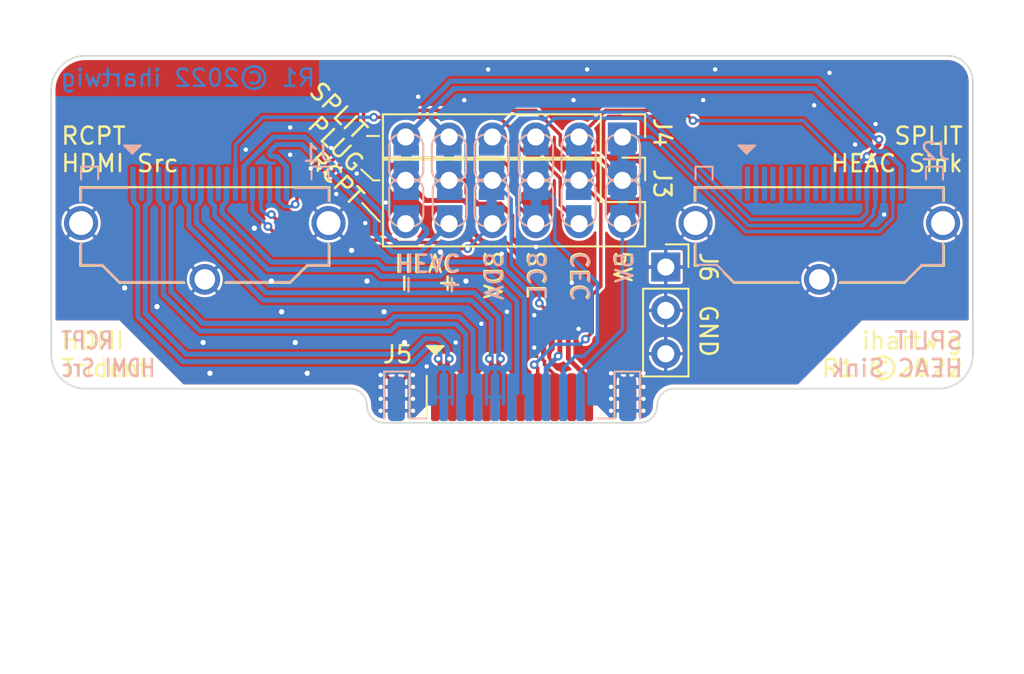
<source format=kicad_pcb>
(kicad_pcb (version 20211014) (generator pcbnew)
  (layers (0 "F.Cu" signal) (31 "B.Cu" signal) (34 "B.Paste" user) (35 "F.Paste" user) (36 "B.SilkS" user "B.Silkscreen") (37 "F.SilkS" user "F.Silkscreen") (38 "B.Mask" user) (39 "F.Mask" user) (44 "Edge.Cuts" user))
  (net 0 "")
  (net 1 "GND")
  (net 2 "/TDMS_D2_P")
  (net 3 "/TDMS_D2_N")
  (net 4 "/TDMS_D1_P")
  (net 5 "/TDMS_D1_N")
  (net 6 "/TDMS_D0_P")
  (net 7 "/TDMS_D0_N")
  (net 8 "/TDMS_CK_P")
  (net 9 "/TDMS_CK_N")
  (net 10 "/SRC_HEAC_P")
  (net 11 "+5V")
  (net 12 "/SRC_HEAC_N")
  (net 13 "/SPLIT_CEC")
  (net 14 "/SPLIT_DDC_SCL")
  (net 15 "/SPLIT_HEAC_N")
  (net 16 "/SPLIT_HEAC_P")
  (net 17 "/SPLIT_DDC_SDA")
  (net 18 "/SPLIT_5V")
  (net 19 "/SINK_HEAC_P")
  (net 20 "/SINK_HEAC_N")
  (net 29 "/SRC_DDC_SDA")
  (net 30 "/SRC_DDC_SCL")
  (net 31 "/SRC_CEC")
  (net 32 "/SINK_DDC_SDA")
  (net 33 "/SINK_DDC_SCL")
  (net 34 "/SINK_CEC")
  (footprint "Connector_PinHeader_2.54mm:PinHeader_1x06_P2.54mm_Vertical" (layer "F.Cu") (at 156.467 89.758 -90)
    (fp_text reference "J4")
    (fp_text value "Conn_01x06")
  )
  (footprint "hdmi-trident-special:HDMI_A_Plug_Horizontal_EdgeMount" (layer "F.Cu") (at 150 105)
    (fp_text reference "J5")
    (fp_text value "HDMI_A_1.4")
  )
  (footprint "Connector_PinHeader_2.54mm:PinHeader_2x06_P2.54mm_Vertical" (layer "F.Cu") (at 156.467 92.298 -90)
    (fp_text reference "J3")
    (fp_text value "Conn_02x06_Odd_Even")
  )
  (footprint "Connector_PinSocket_2.54mm:PinSocket_1x03_P2.54mm_Vertical" (layer "F.Cu") (at 159.007 97.378)
    (fp_text reference "J6")
    (fp_text value "Conn_01x03")
  )
  (footprint "hdmi-trident-special:HDMI_A_Rcpt_Vert_3Post" (layer "B.Cu") (at 132 92.5 180)
    (fp_text reference "J1")
    (fp_text value "HDMI_A_1.4")
  )
  (footprint "hdmi-trident-special:HDMI_A_Rcpt_Vert_3Post" (layer "B.Cu") (at 168 92.5 180)
    (fp_text reference "J2")
    (fp_text value "HDMI_A_1.4")
  )
  (footprint "Jumper:SolderJumper-2_P1.3mm_Bridged_RoundedPad1.0x1.5mm" (layer "B.Cu") (at 151.4 93.6 -90)
    (fp_text reference "JP3" hide)
    (fp_text value "SolderJumper_2_Bridged")
  )
  (footprint "Jumper:SolderJumper-2_P1.3mm_Bridged_RoundedPad1.0x1.5mm" (layer "B.Cu") (at 156.5 91 90)
    (fp_text reference "JP7" hide)
    (fp_text value "SolderJumper_2_Bridged")
  )
  (footprint "Jumper:SolderJumper-2_P1.3mm_Bridged_RoundedPad1.0x1.5mm" (layer "B.Cu") (at 143.8 91 90)
    (fp_text reference "JP12" hide)
    (fp_text value "SolderJumper_2_Bridged")
  )
  (footprint "Jumper:SolderJumper-2_P1.3mm_Bridged_RoundedPad1.0x1.5mm" (layer "B.Cu") (at 153.9 91 90)
    (fp_text reference "JP8" hide)
    (fp_text value "SolderJumper_2_Bridged")
  )
  (footprint "Jumper:SolderJumper-2_P1.3mm_Open_RoundedPad1.0x1.5mm" (layer "B.Cu") (at 148.8 91 90)
    (fp_text reference "JP9" hide)
    (fp_text value "SolderJumper_2_Open")
  )
  (footprint "Jumper:SolderJumper-2_P1.3mm_Open_RoundedPad1.0x1.5mm" (layer "B.Cu") (at 143.8 93.6 -90)
    (fp_text reference "JP6" hide)
    (fp_text value "SolderJumper_2_Open")
  )
  (footprint "Jumper:SolderJumper-2_P1.3mm_Bridged_RoundedPad1.0x1.5mm" (layer "B.Cu") (at 148.8 93.6 -90)
    (fp_text reference "JP4" hide)
    (fp_text value "SolderJumper_2_Bridged")
  )
  (footprint "Jumper:SolderJumper-2_P1.3mm_Bridged_RoundedPad1.0x1.5mm" (layer "B.Cu") (at 146.3 91 90)
    (fp_text reference "JP11" hide)
    (fp_text value "SolderJumper_2_Bridged")
  )
  (footprint "Jumper:SolderJumper-2_P1.3mm_Open_RoundedPad1.0x1.5mm" (layer "B.Cu") (at 151.4 91 90)
    (fp_text reference "JP10" hide)
    (fp_text value "SolderJumper_2_Open")
  )
  (footprint "Jumper:SolderJumper-2_P1.3mm_Open_RoundedPad1.0x1.5mm" (layer "B.Cu") (at 153.9 93.6 -90)
    (fp_text reference "JP2" hide)
    (fp_text value "SolderJumper_2_Open")
  )
  (footprint "Jumper:SolderJumper-2_P1.3mm_Bridged_RoundedPad1.0x1.5mm" (layer "B.Cu") (at 156.5 93.6 90)
    (fp_text reference "JP1" hide)
    (fp_text value "SolderJumper_2_Bridged")
  )
  (footprint "Jumper:SolderJumper-2_P1.3mm_Open_RoundedPad1.0x1.5mm" (layer "B.Cu") (at 146.35 93.6 -90)
    (fp_text reference "JP5" hide)
    (fp_text value "SolderJumper_2_Open")
  )
  (gr_line (start 137 98.3) (end 138 97.3) (layer "F.SilkS") (width 0.12))
  (gr_line (start 141.1635 91.663) (end 141.862 92.298) (layer "F.SilkS") (width 0.12))
  (gr_line (start 133.2 98.3) (end 137 98.3) (layer "F.SilkS") (width 0.12))
  (gr_line (start 160.7 92.7) (end 175.3 92.7) (layer "F.SilkS") (width 0.12))
  (gr_line (start 160.7 96.1) (end 160.7 97.3) (layer "F.SilkS") (width 0.12))
  (gr_line (start 138 97.3) (end 139.3 97.3) (layer "F.SilkS") (width 0.12))
  (gr_line (start 124.7 92.7) (end 124.7 93.5) (layer "F.SilkS") (width 0.12))
  (gr_line (start 124.7 96.1) (end 124.7 97.3) (layer "F.SilkS") (width 0.12))
  (gr_line (start 139.3 92.7) (end 139.3 93.5) (layer "F.SilkS") (width 0.12))
  (gr_line (start 163 98.3) (end 162.4 97.7) (layer "F.SilkS") (width 0.12))
  (gr_line (start 139.3 97.3) (end 139.3 96.1) (layer "F.SilkS") (width 0.12))
  (gr_line (start 141.227 93.6315) (end 142.116 94.584) (layer "F.SilkS") (width 0.12))
  (gr_line (start 175.3 96.1) (end 175.3 97.3) (layer "F.SilkS") (width 0.12))
  (gr_line (start 139.3 92.7) (end 124.7 92.7) (layer "F.SilkS") (width 0.12))
  (gr_line (start 160.7 97.3) (end 160.9 97.3) (layer "F.SilkS") (width 0.12))
  (gr_line (start 127 98.3) (end 130.8 98.3) (layer "F.SilkS") (width 0.12))
  (gr_line (start 160.7 93.5) (end 160.7 92.7) (layer "F.SilkS") (width 0.12))
  (gr_line (start 166.8 98.3) (end 163 98.3) (layer "F.SilkS") (width 0.12))
  (gr_line (start 174 97.3) (end 173 98.3) (layer "F.SilkS") (width 0.12))
  (gr_line (start 175.3 97.3) (end 174 97.3) (layer "F.SilkS") (width 0.12))
  (gr_line (start 141.862 92.298) (end 142.243 92.298) (layer "F.SilkS") (width 0.12))
  (gr_line (start 126 97.3) (end 127 98.3) (layer "F.SilkS") (width 0.12))
  (gr_line (start 124.7 97.3) (end 126 97.3) (layer "F.SilkS") (width 0.12))
  (gr_line (start 175.3 92.7) (end 175.3 93.5) (layer "F.SilkS") (width 0.12))
  (gr_line (start 141.5 89.7) (end 142.2 89.7) (layer "F.SilkS") (width 0.12))
  (gr_line (start 142.116 94.584) (end 142.243 94.711) (layer "F.SilkS") (width 0.12))
  (gr_line (start 173 98.3) (end 169.2 98.3) (layer "F.SilkS") (width 0.12))
  (gr_arc (start 123 87) (mid 123.585786 85.585786) (end 125 85) (layer "Edge.Cuts") (width 0.1))
  (gr_arc (start 142.5 106.5) (mid 141.792893 106.207107) (end 141.5 105.5) (layer "Edge.Cuts") (width 0.1))
  (gr_line (start 125 85) (end 175.5 85) (layer "Edge.Cuts") (width 0.1))
  (gr_arc (start 158.5 105.5) (mid 158.207107 106.207107) (end 157.5 106.5) (layer "Edge.Cuts") (width 0.1))
  (gr_arc (start 175.5 85) (mid 176.56066 85.43934) (end 177 86.5) (layer "Edge.Cuts") (width 0.1))
  (gr_arc (start 177 102.5) (mid 176.414214 103.914214) (end 175 104.5) (layer "Edge.Cuts") (width 0.1))
  (gr_line (start 157.5 106.5) (end 142.5 106.5) (layer "Edge.Cuts") (width 0.1))
  (gr_line (start 140.5 104.5) (end 125 104.5) (layer "Edge.Cuts") (width 0.1))
  (gr_line (start 177 86.5) (end 177 102.5) (layer "Edge.Cuts") (width 0.1))
  (gr_arc (start 125 104.5) (mid 123.585786 103.914214) (end 123 102.5) (layer "Edge.Cuts") (width 0.1))
  (gr_arc (start 140.5 104.5) (mid 141.207107 104.792893) (end 141.5 105.5) (layer "Edge.Cuts") (width 0.1))
  (gr_arc (start 158.5 105.5) (mid 158.792893 104.792893) (end 159.5 104.5) (layer "Edge.Cuts") (width 0.1))
  (gr_line (start 123 102.5) (end 123 87) (layer "Edge.Cuts") (width 0.1))
  (gr_line (start 159.5 104.5) (end 175 104.5) (layer "Edge.Cuts") (width 0.1))
  (gr_text "R1 ©2022 ihartwig" (at 131 86.3) (layer "B.Cu") (effects (font (size 1 1)) (justify mirror)))
  (gr_text "SPLIT\nHEAC Sink" (at 176.5 102.5) (layer "B.SilkS") (effects (font (size 1 1)) (justify left mirror)))
  (gr_text "SCL" (at 151.52 96.4 90) (layer "B.SilkS") (effects (font (size 1 1)) (justify left mirror)))
  (gr_text "SDA" (at 148.98 96.4 90) (layer "B.SilkS") (effects (font (size 1 1)) (justify left mirror)))
  (gr_text "RCPT\nHDMI Src" (at 123.5 102.5) (layer "B.SilkS") (effects (font (size 1 0.8)) (justify right mirror)))
  (gr_text "HEAC" (at 143.11 97.105 180) (layer "B.SilkS") (effects (font (size 1 1)) (justify left mirror)))
  (gr_text "+" (at 146.4 97.7 90) (layer "B.SilkS") (effects (font (size 1 1)) (justify left mirror)))
  (gr_text "5V" (at 156.6 96.4 90) (layer "B.SilkS") (effects (font (size 1 1)) (justify left mirror)))
  (gr_text "CEC" (at 154.06 96.4 90) (layer "B.SilkS") (effects (font (size 1 1)) (justify left mirror)))
  (gr_text "-" (at 143.86 97.7 90) (layer "B.SilkS") (effects (font (size 1 1)) (justify left mirror)))
  (gr_text "SDA" (at 148.84 96.33 270) (layer "F.SilkS") (effects (font (size 1 1)) (justify left)))
  (gr_text "+" (at 146.3 97.6 270) (layer "F.SilkS") (effects (font (size 1 1)) (justify left)))
  (gr_text "CEC" (at 153.92 96.33 270) (layer "F.SilkS") (effects (font (size 1 1)) (justify left)))
  (gr_text "5V" (at 156.46 96.33 270) (layer "F.SilkS") (effects (font (size 1 1)) (justify left)))
  (gr_text "-" (at 143.76 97.6 270) (layer "F.SilkS") (effects (font (size 1 1)) (justify left)))
  (gr_text "HEAC" (at 143.01 97.205) (layer "F.SilkS") (effects (font (size 1 1)) (justify left)))
  (gr_text "PLUG" (at 141.1 91.5995 315) (layer "F.SilkS") (effects (font (size 1 1)) (justify right)))
  (gr_text "RCPT" (at 141.1 93.568 315) (layer "F.SilkS") (effects (font (size 1 1)) (justify right)))
  (gr_text "SPLIT" (at 141.3 89.7 315) (layer "F.SilkS") (effects (font (size 1 1)) (justify right)))
  (gr_text "ihartwig\nR1 ©2022" (at 176.5 102.5) (layer "F.SilkS") (effects (font (size 1 1)) (justify right)))
  (gr_text "GND" (at 161.5 99.5 270) (layer "F.SilkS") (effects (font (size 1 1)) (justify left)))
  (gr_text "SCL" (at 151.38 96.33 270) (layer "F.SilkS") (effects (font (size 1 1)) (justify left)))
  (gr_text "HDMI\nTrident" (at 123.5 102.5) (layer "F.SilkS") (effects (font (size 1 1)) (justify left)))
  (gr_text "SPLIT\nHEAC Sink" (at 176.5 90.5) (layer "F.SilkS") (effects (font (size 1 1)) (justify right)))
  (gr_text "RCPT\nHDMI Src" (at 123.5 90.5) (layer "F.SilkS") (effects (font (size 1 1)) (justify left)))
  (segment (start 143.225 105.475) (end 142.9 105.8) (width 0.2032) (layer "F.Cu") (net 1))
  (segment (start 155.8 105.8) (end 157.7 105.8) (width 0.2032) (layer "F.Cu") (net 1))
  (segment (start 157.4 103.6) (end 157.7 103.6) (width 0.2032) (layer "F.Cu") (net 1))
  (segment (start 156.775 105.1) (end 155.8 105.1) (width 0.2032) (layer "F.Cu") (net 1))
  (segment (start 156.775 105.1) (end 156.775 104.275) (width 0.2032) (layer "F.Cu") (net 1))
  (segment (start 142.6 103.7) (end 142.3 103.7) (width 0.2032) (layer "F.Cu") (net 1))
  (segment (start 142.3 105.1) (end 142.3 104.4) (width 0.2032) (layer "F.Cu") (net 1))
  (segment (start 143.225 105.1) (end 143.225 105.475) (width 0.2032) (layer "F.Cu") (net 1))
  (segment (start 143.225 105.1) (end 143.225 104.725) (width 0.2032) (layer "F.Cu") (net 1))
  (segment (start 143.225 105.525) (end 143.5 105.8) (width 0.2032) (layer "F.Cu") (net 1))
  (segment (start 143.5 104.4) (end 144.2 104.4) (width 0.2032) (layer "F.Cu") (net 1))
  (segment (start 143.225 104.325) (end 142.6 103.7) (width 0.2032) (layer "F.Cu") (net 1))
  (segment (start 143.225 104.675) (end 143.5 104.4) (width 0.2032) (layer "F.Cu") (net 1))
  (segment (start 142.9 105.8) (end 142.3 105.8) (width 0.2032) (layer "F.Cu") (net 1))
  (segment (start 156.1 103.6) (end 155.8 103.6) (width 0.2032) (layer "F.Cu") (net 1))
  (segment (start 156.775 104.275) (end 156.1 103.6) (width 0.2032) (layer "F.Cu") (net 1))
  (segment (start 143.225 105.1) (end 143.225 105.525) (width 0.2032) (layer "F.Cu") (net 1))
  (segment (start 143.225 104.725) (end 142.9 104.4) (width 0.2032) (layer "F.Cu") (net 1))
  (segment (start 143.225 105.1) (end 143.225 104.675) (width 0.2032) (layer "F.Cu") (net 1))
  (segment (start 156.775 104.225) (end 157.4 103.6) (width 0.2032) (layer "F.Cu") (net 1))
  (segment (start 156.775 105.1) (end 156.775 104.225) (width 0.2032) (layer "F.Cu") (net 1))
  (segment (start 143.9 103.7) (end 144.2 103.7) (width 0.2032) (layer "F.Cu") (net 1))
  (segment (start 143.225 105.1) (end 143.225 104.375) (width 0.2032) (layer "F.Cu") (net 1))
  (segment (start 142.9 104.4) (end 142.3 104.4) (width 0.2032) (layer "F.Cu") (net 1))
  (segment (start 143.5 105.8) (end 144.2 105.8) (width 0.2032) (layer "F.Cu") (net 1))
  (segment (start 143.225 104.375) (end 143.9 103.7) (width 0.2032) (layer "F.Cu") (net 1))
  (segment (start 143.225 105.1) (end 143.225 104.325) (width 0.2032) (layer "F.Cu") (net 1))
  (segment (start 142.3 104.4) (end 142.3 103.7) (width 0.2032) (layer "F.Cu") (net 1))
  (segment (start 144.2 104.4) (end 144.2 105.1) (width 0.2032) (layer "F.Cu") (net 1))
  (segment (start 155.8 104.4) (end 157.7 104.4) (width 0.2032) (layer "F.Cu") (net 1))
  (via (at 131.9 101.8) (size 0.6096) (drill 0.3048) (layers "F.Cu" "B.Cu") (net 1))
  (via (at 157.7 103.6) (size 0.508) (drill 0.254) (layers "F.Cu" "B.Cu") (net 1))
  (via (at 151.3 102.1) (size 0.508) (drill 0.254) (layers "F.Cu" "B.Cu") (net 1))
  (via (at 132.3 103.6) (size 0.6096) (drill 0.3048) (layers "F.Cu" "B.Cu") (net 1))
  (via (at 155.8 104.4) (size 0.508) (drill 0.254) (layers "F.Cu" "B.Cu") (net 1))
  (via (at 144.2 103.7) (size 0.508) (drill 0.254) (layers "F.Cu" "B.Cu") (net 1))
  (via (at 147.3 98.2) (size 0.6096) (drill 0.3048) (layers "F.Cu" "B.Cu") (net 1))
  (via (at 155.8 105.8) (size 0.508) (drill 0.254) (layers "F.Cu" "B.Cu") (net 1))
  (via (at 136.5 100) (size 0.6096) (drill 0.3048) (layers "F.Cu" "B.Cu") (net 1))
  (via (at 146.7 101.8) (size 0.508) (drill 0.254) (layers "F.Cu" "B.Cu") (net 1))
  (via (at 161.2 87.6) (size 0.508) (drill 0.254) (layers "F.Cu" "B.Cu") (net 1))
  (via (at 142.3 105.1) (size 0.508) (drill 0.254) (layers "F.Cu" "B.Cu") (net 1))
  (via (at 142.5 100) (size 0.6096) (drill 0.3048) (layers "F.Cu" "B.Cu") (net 1))
  (via (at 142.6 93.6) (size 0.508) (drill 0.254) (layers "F.Cu" "B.Cu") (net 1))
  (via (at 148.6 85.8) (size 0.508) (drill 0.254) (layers "F.Cu" "B.Cu") (net 1))
  (via (at 144.2 105.8) (size 0.508) (drill 0.254) (layers "F.Cu" "B.Cu") (net 1))
  (via (at 151.4 96.2) (size 0.508) (drill 0.254) (layers "F.Cu" "B.Cu") (net 1))
  (via (at 142.3 103.7) (size 0.508) (drill 0.254) (layers "F.Cu" "B.Cu") (net 1))
  (via (at 153.5 98.3) (size 0.508) (drill 0.254) (layers "F.Cu" "B.Cu") (net 1))
  (via (at 153.9 101) (size 0.508) (drill 0.254) (layers "F.Cu" "B.Cu") (net 1))
  (via (at 155.8 103.6) (size 0.508) (drill 0.254) (layers "F.Cu" "B.Cu") (net 1))
  (via (at 148.2 100.7) (size 0.508) (drill 0.254) (layers "F.Cu" "B.Cu") (net 1))
  (via (at 142.3 105.8) (size 0.508) (drill 0.254) (layers "F.Cu" "B.Cu") (net 1))
  (via (at 140.9 91.9) (size 0.508) (drill 0.254) (layers "F.Cu" "B.Cu") (net 1))
  (via (at 167.7 87.9) (size 0.508) (drill 0.254) (layers "F.Cu" "B.Cu") (net 1))
  (via (at 140.6 96.4) (size 0.6096) (drill 0.3048) (layers "F.Cu" "B.Cu") (net 1))
  (via (at 135.9 98.2) (size 0.6096) (drill 0.3048) (layers "F.Cu" "B.Cu") (net 1))
  (via (at 154.4 85.8) (size 0.508) (drill 0.254) (layers "F.Cu" "B.Cu") (net 1))
  (via (at 144.2 105.1) (size 0.508) (drill 0.254) (layers "F.Cu" "B.Cu") (net 1))
  (via (at 145.8 96.5) (size 0.6096) (drill 0.3048) (layers "F.Cu" "B.Cu") (net 1))
  (via (at 142.3 104.4) (size 0.508) (drill 0.254) (layers "F.Cu" "B.Cu") (net 1))
  (via (at 141.4 94.8) (size 0.508) (drill 0.254) (layers "F.Cu" "B.Cu") (net 1))
  (via (at 170.1 90.2) (size 0.508) (drill 0.254) (layers "F.Cu" "B.Cu") (net 1))
  (via (at 137 90.8) (size 0.508) (drill 0.254) (layers "F.Cu" "B.Cu") (net 1))
  (via (at 147.2 87.6) (size 0.508) (drill 0.254) (layers "F.Cu" "B.Cu") (net 1))
  (via (at 171.8 94.3) (size 0.508) (drill 0.254) (layers "F.Cu" "B.Cu") (net 1))
  (via (at 151.3 100.2) (size 0.508) (drill 0.254) (layers "F.Cu" "B.Cu") (net 1))
  (via (at 129.2 99.7) (size 0.6096) (drill 0.3048) (layers "F.Cu" "B.Cu") (net 1))
  (via (at 161.9 85.8) (size 0.508) (drill 0.254) (layers "F.Cu" "B.Cu") (net 1))
  (via (at 137.3 101.8) (size 0.6096) (drill 0.3048) (layers "F.Cu" "B.Cu") (net 1))
  (via (at 138.2 91.6) (size 0.508) (drill 0.254) (layers "F.Cu" "B.Cu") (net 1))
  (via (at 157.7 105.1) (size 0.508) (drill 0.254) (layers "F.Cu" "B.Cu") (net 1))
  (via (at 127.3 98.6) (size 0.6096) (drill 0.3048) (layers "F.Cu" "B.Cu") (net 1))
  (via (at 137 89.2) (size 0.508) (drill 0.254) (layers "F.Cu" "B.Cu") (net 1))
  (via (at 168.6 86) (size 0.508) (drill 0.254) (layers "F.Cu" "B.Cu") (net 1))
  (via (at 171.3 89) (size 0.508) (drill 0.254) (layers "F.Cu" "B.Cu") (net 1))
  (via (at 143.7 101.8) (size 0.6096) (drill 0.3048) (layers "F.Cu" "B.Cu") (net 1))
  (via (at 138 103.6) (size 0.6096) (drill 0.3048) (layers "F.Cu" "B.Cu") (net 1))
  (via (at 149.7 100) (size 0.508) (drill 0.254) (layers "F.Cu" "B.Cu") (net 1))
  (via (at 149.4 96.6) (size 0.508) (drill 0.254) (layers "F.Cu" "B.Cu") (net 1))
  (via (at 144.5 87.4) (size 0.508) (drill 0.254) (layers "F.Cu" "B.Cu") (net 1))
  (via (at 157.7 105.8) (size 0.508) (drill 0.254) (layers "F.Cu" "B.Cu") (net 1))
  (via (at 144.2 104.4) (size 0.508) (drill 0.254) (layers "F.Cu" "B.Cu") (net 1))
  (via (at 145 103.2) (size 0.508) (drill 0.254) (layers "F.Cu" "B.Cu") (net 1))
  (via (at 153.6 87.6) (size 0.508) (drill 0.254) (layers "F.Cu" "B.Cu") (net 1))
  (via (at 141.5 98.2) (size 0.6096) (drill 0.3048) (layers "F.Cu" "B.Cu") (net 1))
  (via (at 139.4 90.4) (size 0.508) (drill 0.254) (layers "F.Cu" "B.Cu") (net 1))
  (via (at 134.9 95.1) (size 0.6096) (drill 0.3048) (layers "F.Cu" "B.Cu") (net 1))
  (via (at 157.7 104.4) (size 0.508) (drill 0.254) (layers "F.Cu" "B.Cu") (net 1))
  (via (at 155.8 105.1) (size 0.508) (drill 0.254) (layers "F.Cu" "B.Cu") (net 1))
  (via (at 134.4 90.5) (size 0.508) (drill 0.254) (layers "F.Cu" "B.Cu") (net 1))
  (via (at 139.7 93.1) (size 0.508) (drill 0.254) (layers "F.Cu" "B.Cu") (net 1))
  (segment (start 171.79 92.5) (end 171.79 94.29) (width 0.2032) (layer "B.Cu") (net 1))
  (segment (start 156.775 105.1) (end 156.775 104.225) (width 0.2032) (layer "B.Cu") (net 1))
  (segment (start 157.7 104.4) (end 157.7 103.6) (width 0.2032) (layer "B.Cu") (net 1))
  (segment (start 156.5 104.4) (end 155.8 104.4) (width 0.2032) (layer "B.Cu") (net 1))
  (segment (start 142.3 104.4) (end 144.2 104.4) (width 0.2032) (layer "B.Cu") (net 1))
  (segment (start 156.775 105.475) (end 157.1 105.8) (width 0.2032) (layer "B.Cu") (net 1))
  (segment (start 143.225 105.1) (end 144.2 105.1) (width 0.2032) (layer "B.Cu") (net 1))
  (segment (start 142.3 105.1) (end 142.3 105.8) (width 0.2032) (layer "B.Cu") (net 1))
  (segment (start 156.775 104.675) (end 156.5 104.4) (width 0.2032) (layer "B.Cu") (net 1))
  (segment (start 157.7 104.4) (end 157.7 105.1) (width 0.2032) (layer "B.Cu") (net 1))
  (segment (start 156.775 104.725) (end 157.1 104.4) (width 0.2032) (layer "B.Cu") (net 1))
  (segment (start 155.8 105.1) (end 155.8 104.4) (width 0.2032) (layer "B.Cu") (net 1))
  (segment (start 156.1 103.6) (end 155.8 103.6) (width 0.2032) (layer "B.Cu") (net 1))
  (segment (start 157.4 103.6) (end 157.7 103.6) (width 0.2032) (layer "B.Cu") (net 1))
  (segment (start 155.8 105.1) (end 155.8 105.8) (width 0.2032) (layer "B.Cu") (net 1))
  (segment (start 156.775 104.275) (end 156.1 103.6) (width 0.2032) (layer "B.Cu") (net 1))
  (segment (start 142.3 105.8) (end 144.2 105.8) (width 0.2032) (layer "B.Cu") (net 1))
  (segment (start 157.1 104.4) (end 157.7 104.4) (width 0.2032) (layer "B.Cu") (net 1))
  (segment (start 156.4 105.8) (end 155.8 105.8) (width 0.2032) (layer "B.Cu") (net 1))
  (segment (start 156.775 105.1) (end 156.775 105.475) (width 0.2032) (layer "B.Cu") (net 1))
  (segment (start 156.775 105.1) (end 156.775 104.275) (width 0.2032) (layer "B.Cu") (net 1))
  (segment (start 156.775 104.225) (end 157.4 103.6) (width 0.2032) (layer "B.Cu") (net 1))
  (segment (start 157.1 105.8) (end 157.7 105.8) (width 0.2032) (layer "B.Cu") (net 1))
  (segment (start 143.225 105.1) (end 142.3 105.1) (width 0.2032) (layer "B.Cu") (net 1))
  (segment (start 156.775 105.1) (end 156.775 104.675) (width 0.2032) (layer "B.Cu") (net 1))
  (segment (start 156.775 105.1) (end 157.7 105.1) (width 0.2032) (layer "B.Cu") (net 1))
  (segment (start 171.79 94.29) (end 171.8 94.3) (width 0.2032) (layer "B.Cu") (net 1))
  (segment (start 156.775 105.425) (end 156.4 105.8) (width 0.2032) (layer "B.Cu") (net 1))
  (segment (start 144.2 104.4) (end 144.2 103.7) (width 0.2032) (layer "B.Cu") (net 1))
  (segment (start 156.775 105.1) (end 156.775 105.425) (width 0.2032) (layer "B.Cu") (net 1))
  (segment (start 156.775 105.1) (end 156.775 104.725) (width 0.2032) (layer "B.Cu") (net 1))
  (segment (start 155.8 104.4) (end 155.8 103.6) (width 0.2032) (layer "B.Cu") (net 1))
  (segment (start 145.5 105) (end 145.7808 104.7192) (width 0.286) (layer "F.Cu") (net 2))
  (segment (start 145.7808 104.7192) (end 145.7808 102.861) (width 0.286) (layer "F.Cu") (net 2))
  (segment (start 145.7808 102.861) (end 145.6698 102.75) (width 0.286) (layer "F.Cu") (net 2))
  (via (at 145.6698 102.75) (size 0.508) (drill 0.254) (layers "F.Cu" "B.Cu") (net 2))
  (segment (start 145.7808 102.290796) (end 145.7808 102.639) (width 0.286) (layer "B.Cu") (net 2))
  (segment (start 145.7808 102.639) (end 145.6698 102.75) (width 0.286) (layer "B.Cu") (net 2))
  (segment (start 127.79 92.5) (end 127.84508 92.55508) (width 0.286) (layer "B.Cu") (net 2))
  (segment (start 130.709204 102.9192) (end 144.190796 102.9192) (width 0.286) (layer "B.Cu") (net 2))
  (segment (start 127.84508 92.55508) (end 127.84508 93.578225) (width 0.286) (layer "B.Cu") (net 2))
  (segment (start 144.190796 102.9192) (end 145.090796 102.0192) (width 0.286) (layer "B.Cu") (net 2))
  (segment (start 128.0708 100.280796) (end 130.709204 102.9192) (width 0.286) (layer "B.Cu") (net 2))
  (segment (start 145.509204 102.0192) (end 145.7808 102.290796) (width 0.286) (layer "B.Cu") (net 2))
  (segment (start 128.0708 93.803945) (end 128.0708 100.280796) (width 0.286) (layer "B.Cu") (net 2))
  (segment (start 145.090796 102.0192) (end 145.509204 102.0192) (width 0.286) (layer "B.Cu") (net 2))
  (segment (start 127.84508 93.578225) (end 128.0708 93.803945) (width 0.286) (layer "B.Cu") (net 2))
  (segment (start 146.2192 102.861) (end 146.3302 102.75) (width 0.286) (layer "F.Cu") (net 3))
  (segment (start 146.5 105) (end 146.2192 104.7192) (width 0.286) (layer "F.Cu") (net 3))
  (segment (start 146.2192 104.7192) (end 146.2192 102.861) (width 0.286) (layer "F.Cu") (net 3))
  (via (at 146.3302 102.75) (size 0.508) (drill 0.254) (layers "F.Cu" "B.Cu") (net 3))
  (segment (start 128.73492 93.578225) (end 128.5092 93.803945) (width 0.286) (layer "B.Cu") (net 3))
  (segment (start 128.5092 93.803945) (end 128.5092 100.099204) (width 0.286) (layer "B.Cu") (net 3))
  (segment (start 145.690796 101.5808) (end 146.2192 102.109204) (width 0.286) (layer "B.Cu") (net 3))
  (segment (start 146.2192 102.109204) (end 146.2192 102.639) (width 0.286) (layer "B.Cu") (net 3))
  (segment (start 128.5092 100.099204) (end 130.890796 102.4808) (width 0.286) (layer "B.Cu") (net 3))
  (segment (start 144.909204 101.5808) (end 145.690796 101.5808) (width 0.286) (layer "B.Cu") (net 3))
  (segment (start 130.890796 102.4808) (end 144.009204 102.4808) (width 0.286) (layer "B.Cu") (net 3))
  (segment (start 146.2192 102.639) (end 146.3302 102.75) (width 0.286) (layer "B.Cu") (net 3))
  (segment (start 144.009204 102.4808) (end 144.909204 101.5808) (width 0.286) (layer "B.Cu") (net 3))
  (segment (start 128.73492 92.55508) (end 128.73492 93.578225) (width 0.286) (layer "B.Cu") (net 3))
  (segment (start 128.79 92.5) (end 128.73492 92.55508) (width 0.286) (layer "B.Cu") (net 3))
  (segment (start 131.709204 101.1192) (end 142.890796 101.1192) (width 0.286) (layer "B.Cu") (net 4))
  (segment (start 146.709204 100.7192) (end 147.2808 101.290796) (width 0.286) (layer "B.Cu") (net 4))
  (segment (start 129.5708 98.980796) (end 131.709204 101.1192) (width 0.286) (layer "B.Cu") (net 4))
  (segment (start 142.890796 101.1192) (end 143.290796 100.7192) (width 0.286) (layer "B.Cu") (net 4))
  (segment (start 129.5708 93.803945) (end 129.5708 98.980796) (width 0.286) (layer "B.Cu") (net 4))
  (segment (start 129.29 92.5) (end 129.34508 92.55508) (width 0.286) (layer "B.Cu") (net 4))
  (segment (start 129.34508 93.578225) (end 129.5708 93.803945) (width 0.286) (layer "B.Cu") (net 4))
  (segment (start 129.34508 92.55508) (end 129.34508 93.578225) (width 0.286) (layer "B.Cu") (net 4))
  (segment (start 147.2808 104.7192) (end 147 105) (width 0.286) (layer "B.Cu") (net 4))
  (segment (start 143.290796 100.7192) (end 146.709204 100.7192) (width 0.286) (layer "B.Cu") (net 4))
  (segment (start 147.2808 101.290796) (end 147.2808 104.7192) (width 0.286) (layer "B.Cu") (net 4))
  (segment (start 130.0092 93.803945) (end 130.0092 98.799204) (width 0.286) (layer "B.Cu") (net 5))
  (segment (start 130.23492 92.55508) (end 130.23492 93.578225) (width 0.286) (layer "B.Cu") (net 5))
  (segment (start 147.7192 104.7192) (end 148 105) (width 0.286) (layer "B.Cu") (net 5))
  (segment (start 143.109204 100.2808) (end 146.890796 100.2808) (width 0.286) (layer "B.Cu") (net 5))
  (segment (start 130.0092 98.799204) (end 131.890796 100.6808) (width 0.286) (layer "B.Cu") (net 5))
  (segment (start 142.709204 100.6808) (end 143.109204 100.2808) (width 0.286) (layer "B.Cu") (net 5))
  (segment (start 147.7192 101.109204) (end 147.7192 104.7192) (width 0.286) (layer "B.Cu") (net 5))
  (segment (start 131.890796 100.6808) (end 142.709204 100.6808) (width 0.286) (layer "B.Cu") (net 5))
  (segment (start 146.890796 100.2808) (end 147.7192 101.109204) (width 0.286) (layer "B.Cu") (net 5))
  (segment (start 130.23492 93.578225) (end 130.0092 93.803945) (width 0.286) (layer "B.Cu") (net 5))
  (segment (start 130.29 92.5) (end 130.23492 92.55508) (width 0.286) (layer "B.Cu") (net 5))
  (segment (start 148.7808 104.7192) (end 148.7808 102.861) (width 0.286) (layer "F.Cu") (net 6))
  (segment (start 148.7808 102.861) (end 148.6698 102.75) (width 0.286) (layer "F.Cu") (net 6))
  (segment (start 148.7808 104.7192) (end 148.5 105) (width 0.286) (layer "F.Cu") (net 6))
  (via (at 148.6698 102.75) (size 0.508) (drill 0.254) (layers "F.Cu" "B.Cu") (net 6))
  (segment (start 130.84508 93.578225) (end 130.84508 92.55508) (width 0.286) (layer "B.Cu") (net 6))
  (segment (start 130.84508 92.55508) (end 130.79 92.5) (width 0.286) (layer "B.Cu") (net 6))
  (segment (start 148.7808 100.490796) (end 147.609204 99.3192) (width 0.286) (layer "B.Cu") (net 6))
  (segment (start 135.409204 99.3192) (end 131.0708 94.980796) (width 0.286) (layer "B.Cu") (net 6))
  (segment (start 147.609204 99.3192) (end 135.409204 99.3192) (width 0.286) (layer "B.Cu") (net 6))
  (segment (start 131.0708 93.803945) (end 130.84508 93.578225) (width 0.286) (layer "B.Cu") (net 6))
  (segment (start 148.7808 102.639) (end 148.7808 100.490796) (width 0.286) (layer "B.Cu") (net 6))
  (segment (start 131.0708 94.980796) (end 131.0708 93.803945) (width 0.286) (layer "B.Cu") (net 6))
  (segment (start 148.6698 102.75) (end 148.7808 102.639) (width 0.286) (layer "B.Cu") (net 6))
  (segment (start 149.2192 102.861) (end 149.3302 102.75) (width 0.286) (layer "F.Cu") (net 7))
  (segment (start 149.2192 104.7192) (end 149.2192 102.861) (width 0.286) (layer "F.Cu") (net 7))
  (segment (start 149.2192 104.7192) (end 149.5 105) (width 0.286) (layer "F.Cu") (net 7))
  (via (at 149.3302 102.75) (size 0.508) (drill 0.254) (layers "F.Cu" "B.Cu") (net 7))
  (segment (start 131.73492 93.578225) (end 131.73492 92.55508) (width 0.286) (layer "B.Cu") (net 7))
  (segment (start 149.2192 100.309204) (end 147.790796 98.8808) (width 0.286) (layer "B.Cu") (net 7))
  (segment (start 149.2192 102.639) (end 149.2192 100.309204) (width 0.286) (layer "B.Cu") (net 7))
  (segment (start 149.3302 102.75) (end 149.2192 102.639) (width 0.286) (layer "B.Cu") (net 7))
  (segment (start 147.790796 98.8808) (end 135.590796 98.8808) (width 0.286) (layer "B.Cu") (net 7))
  (segment (start 131.73492 92.55508) (end 131.79 92.5) (width 0.286) (layer "B.Cu") (net 7))
  (segment (start 131.5092 94.799204) (end 131.5092 93.803945) (width 0.286) (layer "B.Cu") (net 7))
  (segment (start 131.5092 93.803945) (end 131.73492 93.578225) (width 0.286) (layer "B.Cu") (net 7))
  (segment (start 135.590796 98.8808) (end 131.5092 94.799204) (width 0.286) (layer "B.Cu") (net 7))
  (segment (start 135.709204 97.5192) (end 132.5708 94.380796) (width 0.286) (layer "B.Cu") (net 8))
  (segment (start 146.190796 97.5192) (end 145.790796 97.9192) (width 0.286) (layer "B.Cu") (net 8))
  (segment (start 132.34508 92.55508) (end 132.29 92.5) (width 0.286) (layer "B.Cu") (net 8))
  (segment (start 150 105) (end 150.2808 104.7192) (width 0.286) (layer "B.Cu") (net 8))
  (segment (start 148.409204 97.5192) (end 146.190796 97.5192) (width 0.286) (layer "B.Cu") (net 8))
  (segment (start 142.309204 97.9192) (end 141.909204 97.5192) (width 0.286) (layer "B.Cu") (net 8))
  (segment (start 141.909204 97.5192) (end 135.709204 97.5192) (width 0.286) (layer "B.Cu") (net 8))
  (segment (start 145.790796 97.9192) (end 142.309204 97.9192) (width 0.286) (layer "B.Cu") (net 8))
  (segment (start 132.34508 93.578225) (end 132.34508 92.55508) (width 0.286) (layer "B.Cu") (net 8))
  (segment (start 150.2808 99.390796) (end 148.409204 97.5192) (width 0.286) (layer "B.Cu") (net 8))
  (segment (start 150.2808 104.7192) (end 150.2808 99.390796) (width 0.286) (layer "B.Cu") (net 8))
  (segment (start 132.5708 93.803945) (end 132.34508 93.578225) (width 0.286) (layer "B.Cu") (net 8))
  (segment (start 132.5708 94.380796) (end 132.5708 93.803945) (width 0.286) (layer "B.Cu") (net 8))
  (segment (start 133.23492 92.55508) (end 133.29 92.5) (width 0.286) (layer "B.Cu") (net 9))
  (segment (start 150.7192 104.7192) (end 150.7192 99.209204) (width 0.286) (layer "B.Cu") (net 9))
  (segment (start 150.7192 99.209204) (end 148.590796 97.0808) (width 0.286) (layer "B.Cu") (net 9))
  (segment (start 145.609204 97.4808) (end 142.490796 97.4808) (width 0.286) (layer "B.Cu") (net 9))
  (segment (start 148.590796 97.0808) (end 146.009204 97.0808) (width 0.286) (layer "B.Cu") (net 9))
  (segment (start 133.0092 93.803945) (end 133.23492 93.578225) (width 0.286) (layer "B.Cu") (net 9))
  (segment (start 142.490796 97.4808) (end 142.090796 97.0808) (width 0.286) (layer "B.Cu") (net 9))
  (segment (start 135.890796 97.0808) (end 133.0092 94.199204) (width 0.286) (layer "B.Cu") (net 9))
  (segment (start 151 105) (end 150.7192 104.7192) (width 0.286) (layer "B.Cu") (net 9))
  (segment (start 142.090796 97.0808) (end 135.890796 97.0808) (width 0.286) (layer "B.Cu") (net 9))
  (segment (start 133.0092 94.199204) (end 133.0092 93.803945) (width 0.286) (layer "B.Cu") (net 9))
  (segment (start 133.23492 93.578225) (end 133.23492 92.55508) (width 0.286) (layer "B.Cu") (net 9))
  (segment (start 146.009204 97.0808) (end 145.609204 97.4808) (width 0.286) (layer "B.Cu") (net 9))
  (segment (start 152.8 99.109996) (end 152.8 102.5) (width 0.286) (layer "F.Cu") (net 10))
  (segment (start 147.167773 93.477769) (end 147.702089 94.012085) (width 0.286) (layer "F.Cu") (net 10))
  (segment (start 147.702089 94.012085) (end 147.702089 95.312239) (width 0.286) (layer "F.Cu") (net 10))
  (segment (start 149.672915 95.982911) (end 152.8 99.109996) (width 0.286) (layer "F.Cu") (net 10))
  (segment (start 152.7 102.6) (end 152.8 102.5) (width 0.286) (layer "F.Cu") (net 10))
  (segment (start 144.946769 93.477769) (end 147.167773 93.477769) (width 0.286) (layer "F.Cu") (net 10))
  (segment (start 147.702089 95.312239) (end 148.372761 95.982911) (width 0.286) (layer "F.Cu") (net 10))
  (segment (start 148.372761 95.982911) (end 149.672915 95.982911) (width 0.286) (layer "F.Cu") (net 10))
  (segment (start 143.767 92.298) (end 144.946769 93.477769) (width 0.286) (layer "F.Cu") (net 10))
  (via (at 152.7 102.6) (size 0.508) (drill 0.254) (layers "F.Cu" "B.Cu") (net 10))
  (segment (start 152 105) (end 152 103.3) (width 0.286) (layer "B.Cu") (net 10))
  (segment (start 152 103.3) (end 152.7 102.6) (width 0.286) (layer "B.Cu") (net 10))
  (segment (start 152.823489 90.21509) (end 152.823489 89.633888) (width 0.2032) (layer "F.Cu") (net 11))
  (segment (start 152.823489 89.633888) (end 151.389601 88.2) (width 0.2032) (layer "F.Cu") (net 11))
  (segment (start 153.46991 90.861511) (end 152.823489 90.21509) (width 0.2032) (layer "F.Cu") (net 11))
  (segment (start 155.030511 90.861511) (end 153.46991 90.861511) (width 0.2032) (layer "F.Cu") (net 11))
  (segment (start 137.4 93.6) (end 137.3 93.7) (width 0.2032) (layer "F.Cu") (net 11))
  (segment (start 141.507501 88.092499) (end 141.3 88.3) (width 0.2032) (layer "F.Cu") (net 11))
  (segment (start 141.3 88.3) (end 141.3 89.3) (width 0.2032) (layer "F.Cu") (net 11))
  (segment (start 141.3 89.3) (end 137.4 93.2) (width 0.2032) (layer "F.Cu") (net 11))
  (segment (start 156.467 92.298) (end 155.030511 90.861511) (width 0.2032) (layer "F.Cu") (net 11))
  (segment (start 137.4 93.2) (end 137.4 93.6) (width 0.2032) (layer "F.Cu") (net 11))
  (segment (start 151.389601 88.2) (end 142.217716 88.2) (width 0.2032) (layer "F.Cu") (net 11))
  (segment (start 142.217716 88.2) (end 142.110215 88.092499) (width 0.2032) (layer "F.Cu") (net 11))
  (segment (start 142.110215 88.092499) (end 141.507501 88.092499) (width 0.2032) (layer "F.Cu") (net 11))
  (via (at 137.3 93.7) (size 0.508) (drill 0.254) (layers "F.Cu" "B.Cu") (net 11))
  (segment (start 136.29 92.5) (end 136.29 93.464597) (width 0.2032) (layer "B.Cu") (net 11))
  (segment (start 136.6579 93.832497) (end 137.167503 93.832497) (width 0.2032) (layer "B.Cu") (net 11))
  (segment (start 156.467 101.033) (end 156.467 94.838) (width 0.2032) (layer "B.Cu") (net 11))
  (segment (start 154 103.5) (end 156.467 101.033) (width 0.2032) (layer "B.Cu") (net 11))
  (segment (start 136.29 93.464597) (end 136.6579 93.832497) (width 0.2032) (layer "B.Cu") (net 11))
  (segment (start 137.167503 93.832497) (end 137.3 93.7) (width 0.2032) (layer "B.Cu") (net 11))
  (segment (start 156.467 94.838) (end 156.467 92.298) (width 0.2032) (layer "B.Cu") (net 11))
  (segment (start 154 105) (end 154 103.5) (width 0.2032) (layer "B.Cu") (net 11))
  (segment (start 147.198 92.298) (end 147.349365 92.449365) (width 0.286) (layer "F.Cu") (net 12))
  (segment (start 146.307 92.298) (end 147.198 92.298) (width 0.286) (layer "F.Cu") (net 12))
  (segment (start 147.349365 92.449365) (end 147.349365 93.039369) (width 0.286) (layer "F.Cu") (net 12))
  (segment (start 149.991911 94.363761) (end 149.991911 95.681915) (width 0.286) (layer "F.Cu") (net 12))
  (segment (start 147.349365 93.039369) (end 148.003085 93.693089) (width 0.286) (layer "F.Cu") (net 12))
  (segment (start 149.991911 95.681915) (end 153.3 98.990004) (width 0.286) (layer "F.Cu") (net 12))
  (segment (start 153.3 102.734302) (end 154.5 103.934302) (width 0.286) (layer "F.Cu") (net 12))
  (segment (start 148.003085 93.693089) (end 149.321239 93.693089) (width 0.286) (layer "F.Cu") (net 12))
  (segment (start 149.321239 93.693089) (end 149.991911 94.363761) (width 0.286) (layer "F.Cu") (net 12))
  (segment (start 153.3 98.990004) (end 153.3 102.734302) (width 0.286) (layer "F.Cu") (net 12))
  (segment (start 154.5 103.934302) (end 154.5 105) (width 0.286) (layer "F.Cu") (net 12))
  (segment (start 159 88.2) (end 160 88.2) (width 0.2032) (layer "F.Cu") (net 13))
  (segment (start 160 88.2) (end 160.6 88.8) (width 0.2032) (layer "F.Cu") (net 13))
  (segment (start 155.485 88.2) (end 159 88.2) (width 0.2032) (layer "F.Cu") (net 13))
  (segment (start 153.927 89.758) (end 155.485 88.2) (width 0.2032) (layer "F.Cu") (net 13))
  (via (at 160.6 88.8) (size 0.508) (drill 0.254) (layers "F.Cu" "B.Cu") (net 13))
  (segment (start 153.942 89.758) (end 154.1 89.6) (width 0.2032) (layer "B.Cu") (net 13))
  (segment (start 167.054597 88.8) (end 169.79 91.535403) (width 0.2032) (layer "B.Cu") (net 13))
  (segment (start 153.927 89.758) (end 153.942 89.758) (width 0.2032) (layer "B.Cu") (net 13))
  (segment (start 169.79 91.535403) (end 169.79 92.5) (width 0.2032) (layer "B.Cu") (net 13))
  (segment (start 160.6 88.8) (end 167.054597 88.8) (width 0.2032) (layer "B.Cu") (net 13))
  (segment (start 157.703783 88.299379) (end 163.994182 94.589778) (width 0.2032) (layer "B.Cu") (net 14))
  (segment (start 150.305622 88.299378) (end 157.703783 88.299379) (width 0.2032) (layer "B.Cu") (net 14))
  (segment (start 170.79 94.21) (end 170.79 92.5) (width 0.2032) (layer "B.Cu") (net 14))
  (segment (start 170.410222 94.589778) (end 170.79 94.21) (width 0.2032) (layer "B.Cu") (net 14))
  (segment (start 163.994182 94.589778) (end 170.410222 94.589778) (width 0.2032) (layer "B.Cu") (net 14))
  (segment (start 148.847 89.758) (end 150.305622 88.299378) (width 0.2032) (layer "B.Cu") (net 14))
  (segment (start 167.709204 86.9192) (end 146.590796 86.9192) (width 0.286) (layer "B.Cu") (net 15))
  (segment (start 171.913145 90.6) (end 171.390004 90.6) (width 0.286) (layer "B.Cu") (net 15))
  (segment (start 145.2562 88.7072) (end 146.307 89.758) (width 0.286) (layer "B.Cu") (net 15))
  (segment (start 172.79 91.476855) (end 171.913145 90.6) (width 0.286) (layer "B.Cu") (net 15))
  (segment (start 171.390004 90.6) (end 167.709204 86.9192) (width 0.286) (layer "B.Cu") (net 15))
  (segment (start 145.2562 88.253796) (end 145.2562 88.7072) (width 0.286) (layer "B.Cu") (net 15))
  (segment (start 172.79 92.5) (end 172.79 91.476855) (width 0.286) (layer "B.Cu") (net 15))
  (segment (start 172.79 92.5) (end 172.73492 92.55508) (width 0.286) (layer "B.Cu") (net 15))
  (segment (start 146.590796 86.9192) (end 145.2562 88.253796) (width 0.286) (layer "B.Cu") (net 15))
  (segment (start 171.5 89.9) (end 171.5 90.2) (width 0.286) (layer "F.Cu") (net 16))
  (segment (start 171.5 90.2) (end 170.8 90.9) (width 0.286) (layer "F.Cu") (net 16))
  (via (at 170.8 90.9) (size 0.508) (drill 0.254) (layers "F.Cu" "B.Cu") (net 16))
  (via (at 171.5 89.9) (size 0.508) (drill 0.254) (layers "F.Cu" "B.Cu") (net 16))
  (segment (start 170.29 92.5) (end 170.29 91.41) (width 0.286) (layer "B.Cu") (net 16))
  (segment (start 171.445002 89.845002) (end 171.254998 89.845002) (width 0.286) (layer "B.Cu") (net 16))
  (segment (start 146.409204 86.4808) (end 144.8178 88.072204) (width 0.286) (layer "B.Cu") (net 16))
  (segment (start 144.8178 88.072204) (end 144.8178 88.7072) (width 0.286) (layer "B.Cu") (net 16))
  (segment (start 170.29 91.41) (end 170.8 90.9) (width 0.286) (layer "B.Cu") (net 16))
  (segment (start 171.5 89.9) (end 171.445002 89.845002) (width 0.286) (layer "B.Cu") (net 16))
  (segment (start 171.254998 89.845002) (end 167.890796 86.4808) (width 0.286) (layer "B.Cu") (net 16))
  (segment (start 167.890796 86.4808) (end 146.409204 86.4808) (width 0.286) (layer "B.Cu") (net 16))
  (segment (start 144.8178 88.7072) (end 143.767 89.758) (width 0.286) (layer "B.Cu") (net 16))
  (segment (start 151.387 89.758) (end 152.490511 88.654489) (width 0.2032) (layer "B.Cu") (net 17))
  (segment (start 171.192499 94.309703) (end 171.192499 93.989785) (width 0.2032) (layer "B.Cu") (net 17))
  (segment (start 152.490511 88.654489) (end 157.556691 88.654489) (width 0.2032) (layer "B.Cu") (net 17))
  (segment (start 170.557313 94.944889) (end 171.192499 94.309703) (width 0.2032) (layer "B.Cu") (net 17))
  (segment (start 157.556691 88.654489) (end 163.847091 94.944889) (width 0.2032) (layer "B.Cu") (net 17))
  (segment (start 163.847091 94.944889) (end 170.557313 94.944889) (width 0.2032) (layer "B.Cu") (net 17))
  (segment (start 171.29 93.892284) (end 171.29 92.5) (width 0.2032) (layer "B.Cu") (net 17))
  (segment (start 171.192499 93.989785) (end 171.29 93.892284) (width 0.2032) (layer "B.Cu") (net 17))
  (segment (start 158.158 89.758) (end 163.7 95.3) (width 0.2032) (layer "B.Cu") (net 18))
  (segment (start 172.307501 92.517501) (end 172.29 92.5) (width 0.2032) (layer "B.Cu") (net 18))
  (segment (start 171.517716 95.3) (end 172.307501 94.510215) (width 0.2032) (layer "B.Cu") (net 18))
  (segment (start 163.7 95.3) (end 171.517716 95.3) (width 0.2032) (layer "B.Cu") (net 18))
  (segment (start 156.467 89.758) (end 158.158 89.758) (width 0.2032) (layer "B.Cu") (net 18))
  (segment (start 172.307501 94.510215) (end 172.307501 92.517501) (width 0.2032) (layer "B.Cu") (net 18))
  (segment (start 143.767 94.838) (end 143.767 95.067) (width 0.286) (layer "B.Cu") (net 19))
  (segment (start 145 95.2) (end 144.638 94.838) (width 0.286) (layer "B.Cu") (net 19))
  (segment (start 145 95.4) (end 145 95.2) (width 0.286) (layer "B.Cu") (net 19))
  (segment (start 144.4 96) (end 145 95.4) (width 0.286) (layer "B.Cu") (net 19))
  (segment (start 136.004766 89.762089) (end 137.872085 89.762089) (width 0.286) (layer "B.Cu") (net 19))
  (segment (start 142.4192 94.309204) (end 142.4192 95.2192) (width 0.286) (layer "B.Cu") (net 19))
  (segment (start 143.2 96) (end 144.4 96) (width 0.286) (layer "B.Cu") (net 19))
  (segment (start 134.29 91.476855) (end 136.004766 89.762089) (width 0.286) (layer "B.Cu") (net 19))
  (segment (start 134.29 92.5) (end 134.29 91.476855) (width 0.286) (layer "B.Cu") (net 19))
  (segment (start 137.872085 89.762089) (end 142.4192 94.309204) (width 0.286) (layer "B.Cu") (net 19))
  (segment (start 144.638 94.838) (end 143.767 94.838) (width 0.286) (layer "B.Cu") (net 19))
  (segment (start 142.4192 95.2192) (end 143.2 96) (width 0.286) (layer "B.Cu") (net 19))
  (segment (start 135.8 90.6) (end 136.2 90.2) (width 0.286) (layer "B.Cu") (net 20))
  (segment (start 136.2 90.2) (end 137.690004 90.2) (width 0.286) (layer "B.Cu") (net 20))
  (segment (start 141.9808 94.490796) (end 141.9808 95.4808) (width 0.286) (layer "B.Cu") (net 20))
  (segment (start 143 96.5) (end 144.645 96.5) (width 0.286) (layer "B.Cu") (net 20))
  (segment (start 144.645 96.5) (end 146.307 94.838) (width 0.286) (layer "B.Cu") (net 20))
  (segment (start 135.9 90.9) (end 135.8 90.8) (width 0.286) (layer "B.Cu") (net 20))
  (segment (start 135.8 90.8) (end 135.8 90.6) (width 0.286) (layer "B.Cu") (net 20))
  (segment (start 136.79 91.476855) (end 136.213145 90.9) (width 0.286) (layer "B.Cu") (net 20))
  (segment (start 141.9808 95.4808) (end 143 96.5) (width 0.286) (layer "B.Cu") (net 20))
  (segment (start 136.79 92.5) (end 136.79 91.476855) (width 0.286) (layer "B.Cu") (net 20))
  (segment (start 137.690004 90.2) (end 141.9808 94.490796) (width 0.286) (layer "B.Cu") (net 20))
  (segment (start 136.213145 90.9) (end 135.9 90.9) (width 0.286) (layer "B.Cu") (net 20))
  (segment (start 137.9 93.4) (end 140.3 91) (width 0.2032) (layer "F.Cu") (net 29))
  (segment (start 136.8 95.2) (end 137.4 95.2) (width 0.2032) (layer "F.Cu") (net 29))
  (segment (start 135.9 94.3) (end 136.8 95.2) (width 0.2032) (layer "F.Cu") (net 29))
  (segment (start 150.283489 93.734489) (end 151.387 94.838) (width 0.2032) (layer "F.Cu") (net 29))
  (segment (start 137.9 94.7) (end 137.9 94.4) (width 0.2032) (layer "F.Cu") (net 29))
  (segment (start 140.3 91) (end 149.3 91) (width 0.2032) (layer "F.Cu") (net 29))
  (segment (start 137.9 94.4) (end 137.9 93.4) (width 0.2032) (layer "F.Cu") (net 29))
  (segment (start 137.4 95.2) (end 137.9 94.7) (width 0.2032) (layer "F.Cu") (net 29))
  (segment (start 149.3 91) (end 150.283489 91.983489) (width 0.2032) (layer "F.Cu") (net 29))
  (segment (start 150.283489 91.983489) (end 150.283489 93.734489) (width 0.2032) (layer "F.Cu") (net 29))
  (via (at 135.9 94.3) (size 0.508) (drill 0.254) (layers "F.Cu" "B.Cu") (net 29))
  (segment (start 135.29 92.5) (end 135.29 93.99) (width 0.2032) (layer "B.Cu") (net 29))
  (segment (start 135.6 94.3) (end 135.9 94.3) (width 0.2032) (layer "B.Cu") (net 29))
  (segment (start 135.29 93.99) (end 135.6 94.3) (width 0.2032) (layer "B.Cu") (net 29))
  (segment (start 143.168399 95.8) (end 140.3 95.8) (width 0.2032) (layer "F.Cu") (net 30))
  (segment (start 140.046489 96.053511) (end 137.353511 96.053511) (width 0.2032) (layer "F.Cu") (net 30))
  (segment (start 146.4 96.3) (end 146.041511 95.941511) (width 0.2032) (layer "F.Cu") (net 30))
  (segment (start 146.041511 95.941511) (end 143.30991 95.941511) (width 0.2032) (layer "F.Cu") (net 30))
  (segment (start 135.7 95) (end 136.753511 96.053511) (width 0.2032) (layer "F.Cu") (net 30))
  (segment (start 136.753511 96.053511) (end 137.353511 96.053511) (width 0.2032) (layer "F.Cu") (net 30))
  (segment (start 147.4 96.3) (end 146.4 96.3) (width 0.2032) (layer "F.Cu") (net 30))
  (segment (start 143.30991 95.941511) (end 143.168399 95.8) (width 0.2032) (layer "F.Cu") (net 30))
  (segment (start 140.3 95.8) (end 140.046489 96.053511) (width 0.2032) (layer "F.Cu") (net 30))
  (via (at 147.4 96.3) (size 0.508) (drill 0.254) (layers "F.Cu" "B.Cu") (net 30))
  (via (at 135.7 95) (size 0.508) (drill 0.254) (layers "F.Cu" "B.Cu") (net 30))
  (segment (start 147.4 96.285) (end 147.4 96.3) (width 0.2032) (layer "B.Cu") (net 30))
  (segment (start 134.79 93.49) (end 134.79 92.5) (width 0.2032) (layer "B.Cu") (net 30))
  (segment (start 134.79 92.5) (end 134.79 94.09) (width 0.2032) (layer "B.Cu") (net 30))
  (segment (start 134.79 94.09) (end 135.7 95) (width 0.2032) (layer "B.Cu") (net 30))
  (segment (start 148.847 94.838) (end 147.4 96.285) (width 0.2032) (layer "B.Cu") (net 30))
  (segment (start 152.823489 93.734489) (end 153.927 94.838) (width 0.2032) (layer "F.Cu") (net 31))
  (segment (start 149.950511 89.30091) (end 149.950511 89.882112) (width 0.2032) (layer "F.Cu") (net 31))
  (segment (start 151.511112 90.861511) (end 152.823489 92.173888) (width 0.2032) (layer "F.Cu") (net 31))
  (segment (start 141.9 88.6) (end 149.249601 88.6) (width 0.2032) (layer "F.Cu") (net 31))
  (segment (start 149.950511 89.882112) (end 150.92991 90.861511) (width 0.2032) (layer "F.Cu") (net 31))
  (segment (start 150.92991 90.861511) (end 151.511112 90.861511) (width 0.2032) (layer "F.Cu") (net 31))
  (segment (start 149.249601 88.6) (end 149.950511 89.30091) (width 0.2032) (layer "F.Cu") (net 31))
  (segment (start 152.823489 92.173888) (end 152.823489 93.734489) (width 0.2032) (layer "F.Cu") (net 31))
  (via (at 141.9 88.6) (size 0.508) (drill 0.254) (layers "F.Cu" "B.Cu") (net 31))
  (segment (start 133.8 90.2) (end 135.4 88.6) (width 0.2032) (layer "B.Cu") (net 31))
  (segment (start 133.8 92.49) (end 133.79 92.5) (width 0.2032) (layer "B.Cu") (net 31))
  (segment (start 133.8 90.8) (end 133.8 90.2) (width 0.2032) (layer "B.Cu") (net 31))
  (segment (start 133.8 90.8) (end 133.8 92.49) (width 0.2032) (layer "B.Cu") (net 31))
  (segment (start 135.4 88.6) (end 141.9 88.6) (width 0.2032) (layer "B.Cu") (net 31))
  (segment (start 155 98.3) (end 155 101.8) (width 0.2032) (layer "B.Cu") (net 32))
  (segment (start 155 101.8) (end 154.2 102.6) (width 0.2032) (layer "B.Cu") (net 32))
  (segment (start 152.5 93.411) (end 152.5 95.8) (width 0.2032) (layer "B.Cu") (net 32))
  (segment (start 151.387 92.298) (end 152.5 93.411) (width 0.2032) (layer "B.Cu") (net 32))
  (segment (start 153.7 102.6) (end 153 103.3) (width 0.2032) (layer "B.Cu") (net 32))
  (segment (start 154.2 102.6) (end 153.7 102.6) (width 0.2032) (layer "B.Cu") (net 32))
  (segment (start 153 103.3) (end 153 105) (width 0.2032) (layer "B.Cu") (net 32))
  (segment (start 152.5 95.8) (end 155 98.3) (width 0.2032) (layer "B.Cu") (net 32))
  (segment (start 151.9 99.8) (end 151.9 102.2) (width 0.2032) (layer "F.Cu") (net 33))
  (segment (start 151.6 99.5) (end 151.9 99.8) (width 0.2032) (layer "F.Cu") (net 33))
  (segment (start 152.5 103.7) (end 152.5 105) (width 0.2032) (layer "F.Cu") (net 33))
  (segment (start 151.9 102.2) (end 151.8 102.3) (width 0.2032) (layer "F.Cu") (net 33))
  (segment (start 151.8 102.8) (end 151.9 102.9) (width 0.2032) (layer "F.Cu") (net 33))
  (segment (start 151.9 103.1) (end 152.5 103.7) (width 0.2032) (layer "F.Cu") (net 33))
  (segment (start 151.8 102.3) (end 151.8 102.8) (width 0.2032) (layer "F.Cu") (net 33))
  (segment (start 151.9 102.9) (end 151.9 103.1) (width 0.2032) (layer "F.Cu") (net 33))
  (via (at 151.6 99.5) (size 0.508) (drill 0.254) (layers "F.Cu" "B.Cu") (net 33))
  (segment (start 151.6 98.9) (end 151.6 99.5) (width 0.2032) (layer "B.Cu") (net 33))
  (segment (start 148.847 92.298) (end 149.950511 93.401511) (width 0.2032) (layer "B.Cu") (net 33))
  (segment (start 149.950511 93.401511) (end 149.950511 97.250511) (width 0.2032) (layer "B.Cu") (net 33))
  (segment (start 149.950511 97.250511) (end 151.6 98.9) (width 0.2032) (layer "B.Cu") (net 33))
  (segment (start 154.7 99) (end 155.2 98.5) (width 0.2032) (layer "F.Cu") (net 34))
  (segment (start 155.2 98.5) (end 155.2 93.571) (width 0.2032) (layer "F.Cu") (net 34))
  (segment (start 154.3 101.6) (end 154.7 101.2) (width 0.2032) (layer "F.Cu") (net 34))
  (segment (start 155.2 93.571) (end 153.927 92.298) (width 0.2032) (layer "F.Cu") (net 34))
  (segment (start 151.5 103.3) (end 151.3 103.1) (width 0.2032) (layer "F.Cu") (net 34))
  (segment (start 154.7 101.2) (end 154.7 99) (width 0.2032) (layer "F.Cu") (net 34))
  (segment (start 151.5 105) (end 151.5 103.3) (width 0.2032) (layer "F.Cu") (net 34))
  (via (at 154.3 101.6) (size 0.508) (drill 0.254) (layers "F.Cu" "B.Cu") (net 34))
  (via (at 151.3 103.1) (size 0.508) (drill 0.254) (layers "F.Cu" "B.Cu") (net 34))
  (segment (start 154 101.9) (end 154.1 101.8) (width 0.2032) (layer "B.Cu") (net 34))
  (segment (start 153.7 101.9) (end 154 101.9) (width 0.2032) (layer "B.Cu") (net 34))
  (segment (start 152.5 101.9) (end 153.7 101.9) (width 0.2032) (layer "B.Cu") (net 34))
  (segment (start 151.3 103.1) (end 152.5 101.9) (width 0.2032) (layer "B.Cu") (net 34))
  (segment (start 154.1 101.8) (end 154.3 101.6) (width 0.2032) (layer "B.Cu") (net 34))
  (zone (net 1) (net_name "GND") (layers F&B.Cu) (connect_pads (clearance 0.1524)) (min_thickness 0.1524) (fill yes (thermal_gap 0.1524) (thermal_bridge_width 0.2033))
    (polygon (pts (xy 180 110) (xy 120 110) (xy 120 84) (xy 180 84)))
  )
  (zone (net 0) (net_name "") (layers F&B.Cu) (connect_pads (clearance 0)) (min_thickness 0.1524)
    (keepout (tracks allowed) (vias allowed) (pads allowed) (copperpour not_allowed) (footprints allowed))
    (fill (thermal_gap 0.1524) (thermal_bridge_width 0.2033))
    (polygon (pts (xy 133 106.5) (xy 144 106.5) (xy 145 105.5) (xy 155 105.5) (xy 156 106.5) (xy 164.5 106.5) (xy 170.5 100.5) (xy 178 100.5) (xy 178 107.5) (xy 122 107.5) (xy 122 100.5) (xy 127 100.5)))
  )
)
</source>
